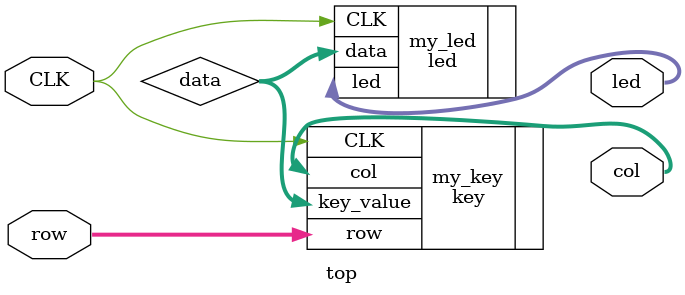
<source format=v>
`timescale 1ns / 1ps


module top(
    input CLK,
    input [3:0] row,
    output [3:0] col,
    output [15:0] led
    );
    wire [3:0] data;
    key my_key(
        .CLK(CLK),
        .col(col),
        .row(row),
        .key_value(data)
    );
    led my_led(
        .CLK(CLK),
        .data(data),
        .led(led)
    );
endmodule

</source>
